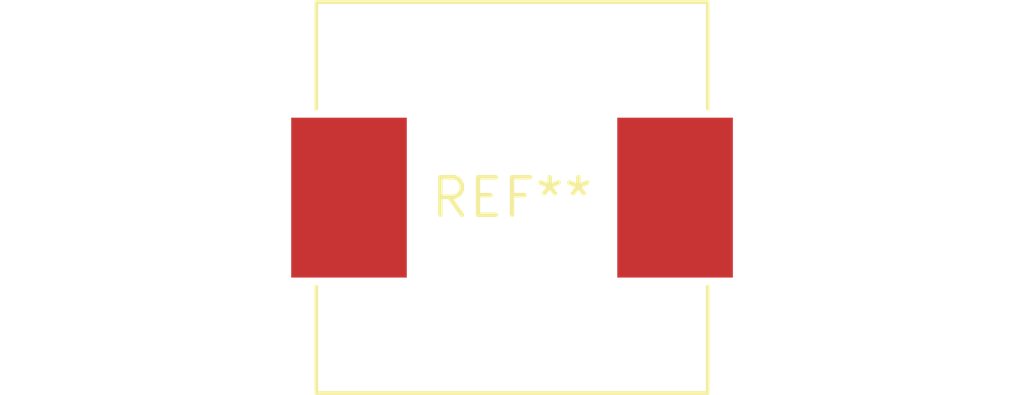
<source format=kicad_pcb>
(kicad_pcb (version 20240108) (generator pcbnew)
  (layers (0 "F.Cu" signal) (31 "B.Cu" signal) (34 "B.Paste" user) (35 "F.Paste" user) (36 "B.SilkS" user "B.Silkscreen") (37 "F.SilkS" user "F.Silkscreen") (38 "B.Mask" user) (39 "F.Mask" user) (44 "Edge.Cuts" user))
  (net 0 "")
  (footprint "L_Neosid_SM-NE127_HandSoldering" (layer "F.Cu") (at 0 0)
    (property "Reference" "REF**")
    (property "Value" "L_Neosid_SM-NE127_HandSoldering")
    (fp_line (start -6.6 -6.6) (end 6.6 -6.6) (layer "F.SilkS") (stroke (width 0.12)))
    (fp_line (start -6.6 -3) (end -6.6 -6.6) (layer "F.SilkS") (stroke (width 0.12)))
    (fp_line (start -6.6 6.6) (end -6.6 3) (layer "F.SilkS") (stroke (width 0.12)))
    (fp_line (start 6.6 -6.6) (end 6.6 -3) (layer "F.SilkS") (stroke (width 0.12)))
    (fp_line (start 6.6 3) (end 6.6 6.6) (layer "F.SilkS") (stroke (width 0.12)))
    (fp_line (start 6.6 6.6) (end -6.6 6.6) (layer "F.SilkS") (stroke (width 0.12)))
    (pad "1" smd rect (at -5.5 0) (size 3.9 5.4) (layers "F.Cu" "F.Paste" "F.Mask"))
    (pad "2" smd rect (at 5.5 0) (size 3.9 5.4) (layers "F.Cu" "F.Paste" "F.Mask"))
  )
)
</source>
